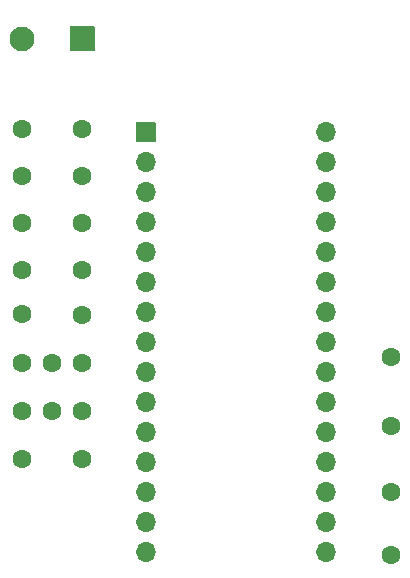
<source format=gbr>
%TF.GenerationSoftware,KiCad,Pcbnew,(5.1.9)-1*%
%TF.CreationDate,2023-04-18T08:21:27+02:00*%
%TF.ProjectId,NANO_Bot,4e414e4f-5f42-46f7-942e-6b696361645f,rev?*%
%TF.SameCoordinates,Original*%
%TF.FileFunction,Soldermask,Bot*%
%TF.FilePolarity,Negative*%
%FSLAX46Y46*%
G04 Gerber Fmt 4.6, Leading zero omitted, Abs format (unit mm)*
G04 Created by KiCad (PCBNEW (5.1.9)-1) date 2023-04-18 08:21:27*
%MOMM*%
%LPD*%
G01*
G04 APERTURE LIST*
%ADD10C,1.600000*%
%ADD11O,1.700000X1.700000*%
%ADD12C,2.100000*%
G04 APERTURE END LIST*
D10*
%TO.C,LP_rund*%
X116586000Y-336296000D03*
%TD*%
%TO.C,LP_rund*%
X114046000Y-336296000D03*
%TD*%
%TO.C,LP_rund*%
X116586000Y-332232000D03*
%TD*%
%TO.C,LP_rund*%
X114046000Y-332232000D03*
%TD*%
%TO.C,LP_rund*%
X116586000Y-340360000D03*
%TD*%
%TO.C,LP_rund*%
X116586000Y-328168000D03*
%TD*%
%TO.C,LP_rund*%
X116586000Y-324394284D03*
%TD*%
%TO.C,LP_rund*%
X116586000Y-320402856D03*
%TD*%
%TO.C,LP_rund*%
X111506000Y-340360000D03*
%TD*%
%TO.C,LP_rund*%
X111506000Y-336296000D03*
%TD*%
%TO.C,LP_rund*%
X111506000Y-332232000D03*
%TD*%
%TO.C,LP_rund*%
X111506000Y-328131712D03*
%TD*%
%TO.C,LP_rund*%
X111506000Y-324394284D03*
%TD*%
%TO.C,LP_rund*%
X111506000Y-320402856D03*
%TD*%
%TO.C,LP_rund*%
X111506000Y-316411428D03*
%TD*%
%TO.C,LP_rund*%
X116586000Y-316411428D03*
%TD*%
%TO.C,LP_rund*%
X111506000Y-312420000D03*
%TD*%
%TO.C,LP_rund*%
X116586000Y-312420000D03*
%TD*%
%TO.C,LP_rund*%
X142748000Y-331724000D03*
%TD*%
%TO.C,LP_rund*%
X142748000Y-337566000D03*
%TD*%
%TO.C,LP_rund*%
X142748000Y-343154000D03*
%TD*%
%TO.C,LP_rund*%
X142748000Y-348488000D03*
%TD*%
%TO.C,A1*%
G36*
G01*
X121101001Y-313495001D02*
X121101001Y-311895001D01*
G75*
G02*
X121151001Y-311845001I50000J0D01*
G01*
X122751001Y-311845001D01*
G75*
G02*
X122801001Y-311895001I0J-50000D01*
G01*
X122801001Y-313495001D01*
G75*
G02*
X122751001Y-313545001I-50000J0D01*
G01*
X121151001Y-313545001D01*
G75*
G02*
X121101001Y-313495001I0J50000D01*
G01*
G37*
D11*
X137191001Y-345715001D03*
X121951001Y-315235001D03*
X137191001Y-343175001D03*
X121951001Y-317775001D03*
X137191001Y-340635001D03*
X121951001Y-320315001D03*
X137191001Y-338095001D03*
X121951001Y-322855001D03*
X137191001Y-335555001D03*
X121951001Y-325395001D03*
X137191001Y-333015001D03*
X121951001Y-327935001D03*
X137191001Y-330475001D03*
X121951001Y-330475001D03*
X137191001Y-327935001D03*
X121951001Y-333015001D03*
X137191001Y-325395001D03*
X121951001Y-335555001D03*
X137191001Y-322855001D03*
X121951001Y-338095001D03*
X137191001Y-320315001D03*
X121951001Y-340635001D03*
X137191001Y-317775001D03*
X121951001Y-343175001D03*
X137191001Y-315235001D03*
X121951001Y-345715001D03*
X137191001Y-312695001D03*
X121951001Y-348255001D03*
X137191001Y-348255001D03*
%TD*%
D12*
%TO.C,GND*%
X111506000Y-304800000D03*
G36*
G01*
X115536000Y-305800000D02*
X115536000Y-303800000D01*
G75*
G02*
X115586000Y-303750000I50000J0D01*
G01*
X117586000Y-303750000D01*
G75*
G02*
X117636000Y-303800000I0J-50000D01*
G01*
X117636000Y-305800000D01*
G75*
G02*
X117586000Y-305850000I-50000J0D01*
G01*
X115586000Y-305850000D01*
G75*
G02*
X115536000Y-305800000I0J50000D01*
G01*
G37*
%TD*%
M02*

</source>
